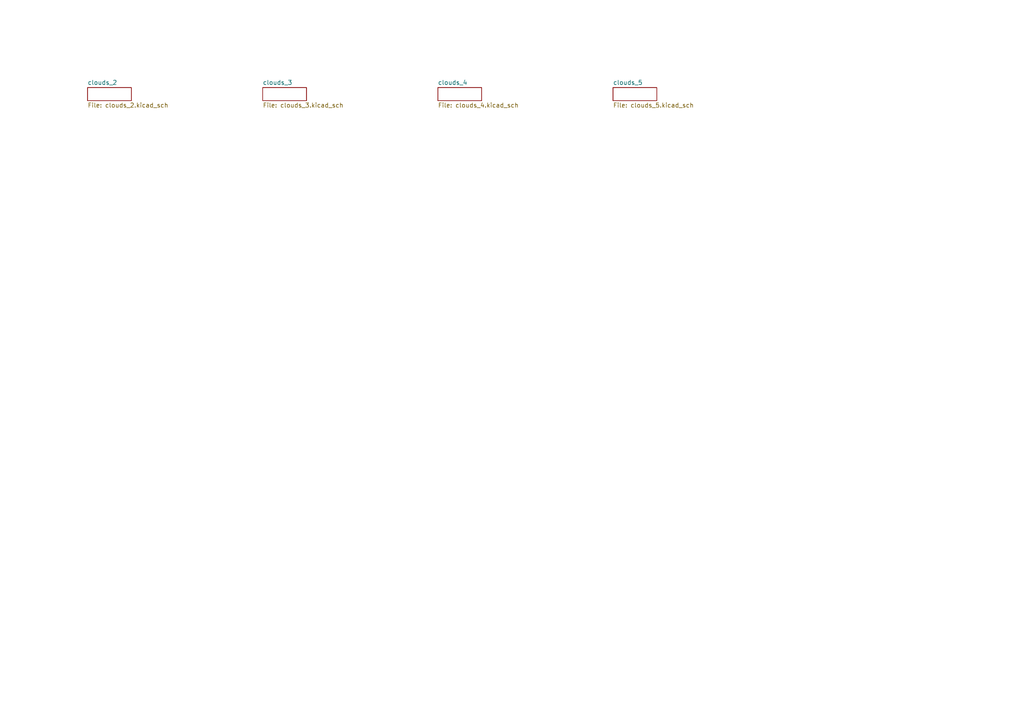
<source format=kicad_sch>
(kicad_sch (version 20211123) (generator eeschema)
  (paper "A4")
  (lib_symbols)
  (sheet (at 127 25.4) (size 12.7 3.81)
    (property "Sheet name" "clouds_4" (at 127 24.6884 0) (effects (justify left bottom)))
    (property "Sheet file" "clouds_4.kicad_sch" (at 127 29.7946 0) (effects (justify left top)))
  )
  (sheet (at 25.4 25.4) (size 12.7 3.81)
    (property "Sheet name" "clouds_2" (at 25.4 24.6884 0) (effects (justify left bottom)))
    (property "Sheet file" "clouds_2.kicad_sch" (at 25.4 29.7946 0) (effects (justify left top)))
  )
  (sheet (at 76.2 25.4) (size 12.7 3.81)
    (property "Sheet name" "clouds_3" (at 76.2 24.6884 0) (effects (justify left bottom)))
    (property "Sheet file" "clouds_3.kicad_sch" (at 76.2 29.7946 0) (effects (justify left top)))
  )
  (sheet (at 177.8 25.4) (size 12.7 3.81)
    (property "Sheet name" "clouds_5" (at 177.8 24.6884 0) (effects (justify left bottom)))
    (property "Sheet file" "clouds_5.kicad_sch" (at 177.8 29.7946 0) (effects (justify left top)))
  )
)
</source>
